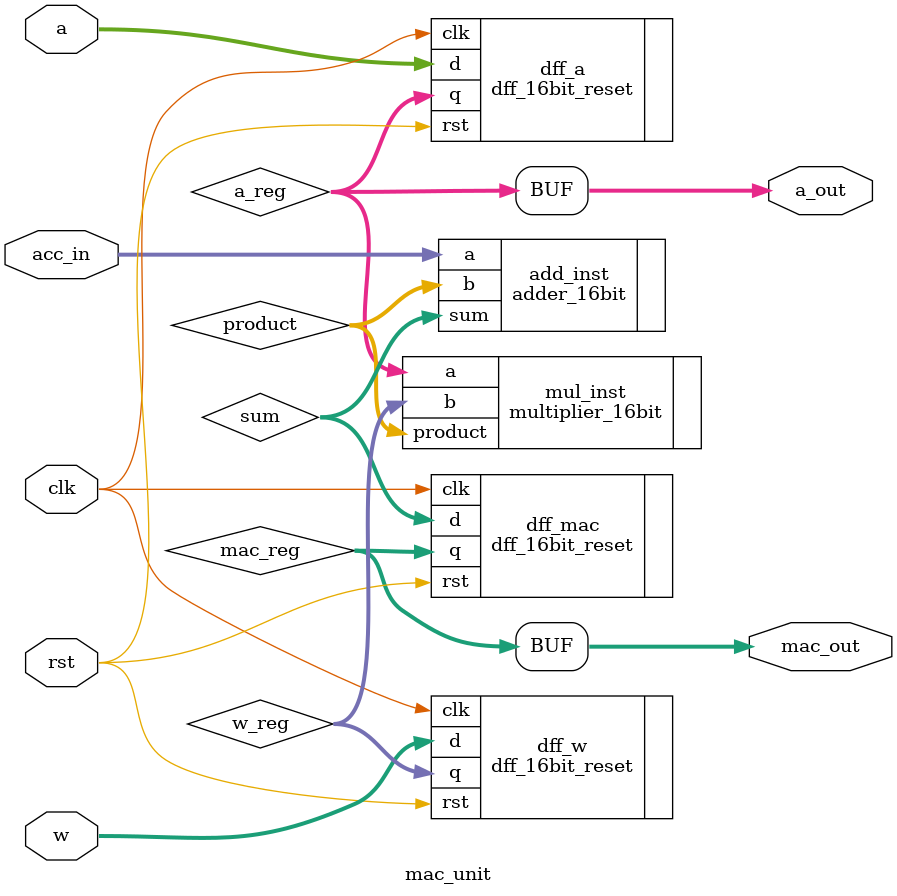
<source format=v>
`timescale 1ns / 1ps

module mac_unit(
    input clk,
    input rst,
    input [15:0] a,
    input [15:0] w,
    input [15:0] acc_in,
    output [15:0] mac_out,
    output [15:0] a_out
    );

    wire [15:0] a_reg, w_reg;
    wire [15:0] product;
    wire [15:0] sum;
    wire [15:0] mac_reg;

    // Register input a and w
    dff_16bit_reset dff_a (
        .clk(clk),
        .rst(rst),
        .d(a),
        .q(a_reg)
    );

    dff_16bit_reset dff_w (
        .clk(clk),
        .rst(rst),
        .d(w),
        .q(w_reg)
    );

    assign a_out = a_reg; // Output registered a

    // Multiply
    multiplier_16bit mul_inst (
        .a(a_reg),
        .b(w_reg),
        .product(product)
    );

    // Accumulate
    adder_16bit add_inst (
        .a(acc_in),
        .b(product),
        .sum(sum)
    );

    // Register the output
    dff_16bit_reset dff_mac (
        .clk(clk),
        .rst(rst),
        .d(sum),
        .q(mac_reg)
    );

    assign mac_out = mac_reg;

endmodule


</source>
